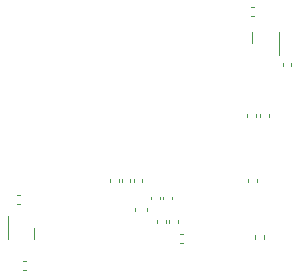
<source format=gbr>
%TF.GenerationSoftware,KiCad,Pcbnew,(6.0.4)*%
%TF.CreationDate,2023-01-28T19:19:13+00:00*%
%TF.ProjectId,PrettySmallRobot,50726574-7479-4536-9d61-6c6c526f626f,rev?*%
%TF.SameCoordinates,Original*%
%TF.FileFunction,Legend,Bot*%
%TF.FilePolarity,Positive*%
%FSLAX46Y46*%
G04 Gerber Fmt 4.6, Leading zero omitted, Abs format (unit mm)*
G04 Created by KiCad (PCBNEW (6.0.4)) date 2023-01-28 19:19:13*
%MOMM*%
%LPD*%
G01*
G04 APERTURE LIST*
%ADD10C,0.120000*%
G04 APERTURE END LIST*
D10*
%TO.C,U2*%
X195420000Y-105400000D02*
X195420000Y-103400000D01*
X193180000Y-103400000D02*
X193180000Y-104400000D01*
%TO.C,C3*%
X193307836Y-101340000D02*
X193092164Y-101340000D01*
X193307836Y-102060000D02*
X193092164Y-102060000D01*
%TO.C,R9*%
X193480000Y-110653641D02*
X193480000Y-110346359D01*
X192720000Y-110653641D02*
X192720000Y-110346359D01*
%TO.C,C10*%
X187092164Y-120540000D02*
X187307836Y-120540000D01*
X187092164Y-121260000D02*
X187307836Y-121260000D01*
%TO.C,C2*%
X196460000Y-106092164D02*
X196460000Y-106307836D01*
X195740000Y-106092164D02*
X195740000Y-106307836D01*
%TO.C,C24*%
X194560000Y-110392164D02*
X194560000Y-110607836D01*
X193840000Y-110392164D02*
X193840000Y-110607836D01*
%TO.C,C7*%
X173292164Y-117240000D02*
X173507836Y-117240000D01*
X173292164Y-117960000D02*
X173507836Y-117960000D01*
%TO.C,U1*%
X172480000Y-119000000D02*
X172480000Y-121000000D01*
X174720000Y-121000000D02*
X174720000Y-120000000D01*
%TO.C,C6*%
X173792164Y-122840000D02*
X174007836Y-122840000D01*
X173792164Y-123560000D02*
X174007836Y-123560000D01*
%TO.C,C20*%
X183856152Y-115903484D02*
X183856152Y-116119156D01*
X183136152Y-115903484D02*
X183136152Y-116119156D01*
%TO.C,C11*%
X185140000Y-119607836D02*
X185140000Y-119392164D01*
X185860000Y-119607836D02*
X185860000Y-119392164D01*
%TO.C,R2*%
X192820000Y-115846359D02*
X192820000Y-116153641D01*
X193580000Y-115846359D02*
X193580000Y-116153641D01*
%TO.C,R1*%
X194180000Y-120646359D02*
X194180000Y-120953641D01*
X193420000Y-120646359D02*
X193420000Y-120953641D01*
%TO.C,C19*%
X181140000Y-115912164D02*
X181140000Y-116127836D01*
X181860000Y-115912164D02*
X181860000Y-116127836D01*
%TO.C,C5*%
X185640000Y-117607836D02*
X185640000Y-117392164D01*
X186360000Y-117607836D02*
X186360000Y-117392164D01*
%TO.C,C4*%
X184640000Y-117607836D02*
X184640000Y-117392164D01*
X185360000Y-117607836D02*
X185360000Y-117392164D01*
%TO.C,C16*%
X186860000Y-119607836D02*
X186860000Y-119392164D01*
X186140000Y-119607836D02*
X186140000Y-119392164D01*
%TO.C,C1*%
X184228091Y-118326020D02*
X184228091Y-118607180D01*
X183208091Y-118326020D02*
X183208091Y-118607180D01*
%TO.C,C18*%
X182136227Y-115911031D02*
X182136227Y-116126703D01*
X182856227Y-115911031D02*
X182856227Y-116126703D01*
%TD*%
M02*

</source>
